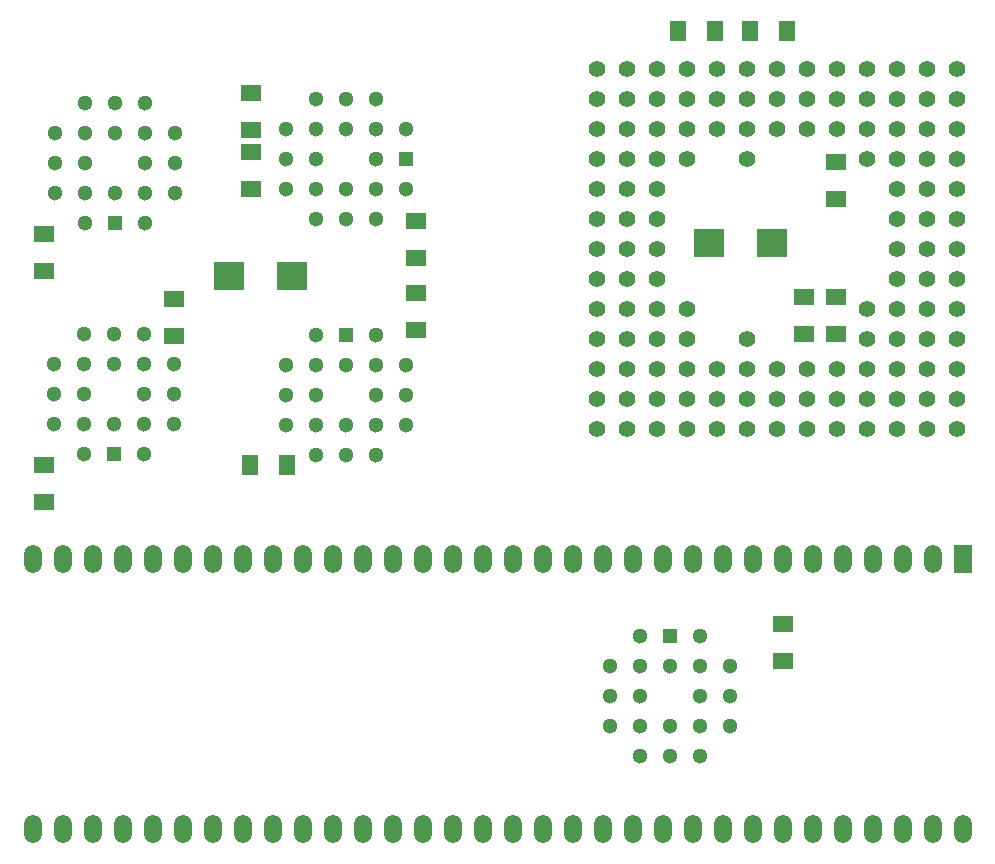
<source format=gbr>
%TF.GenerationSoftware,KiCad,Pcbnew,9.0.2+dfsg-1*%
%TF.CreationDate,2025-12-26T17:01:32-05:00*%
%TF.ProjectId,polyphloisboisterous030,706f6c79-7068-46c6-9f69-73626f697374,rev?*%
%TF.SameCoordinates,Original*%
%TF.FileFunction,Soldermask,Bot*%
%TF.FilePolarity,Negative*%
%FSLAX46Y46*%
G04 Gerber Fmt 4.6, Leading zero omitted, Abs format (unit mm)*
G04 Created by KiCad (PCBNEW 9.0.2+dfsg-1) date 2025-12-26 17:01:32*
%MOMM*%
%LPD*%
G01*
G04 APERTURE LIST*
%ADD10C,1.400000*%
%ADD11R,1.300000X1.300000*%
%ADD12C,1.300000*%
%ADD13R,1.500000X2.400000*%
%ADD14O,1.500000X2.400000*%
%ADD15R,1.325000X1.800000*%
%ADD16R,2.500000X2.350000*%
%ADD17R,1.800000X1.325000*%
G04 APERTURE END LIST*
D10*
%TO.C,U1*%
X160760000Y-63980000D03*
X160760000Y-61440000D03*
X160760000Y-58900000D03*
X160760000Y-56360000D03*
X160760000Y-53820000D03*
X160760000Y-51280000D03*
X160760000Y-48740000D03*
X160760000Y-46200000D03*
X160760000Y-43660000D03*
X160760000Y-41120000D03*
X160760000Y-38580000D03*
X160760000Y-36040000D03*
X160760000Y-33500000D03*
X163300000Y-63980000D03*
X163300000Y-61440000D03*
X163300000Y-58900000D03*
X163300000Y-56360000D03*
X163300000Y-53820000D03*
X163300000Y-51280000D03*
X163300000Y-48740000D03*
X163300000Y-46200000D03*
X163300000Y-43660000D03*
X163300000Y-41120000D03*
X163300000Y-38580000D03*
X163300000Y-36040000D03*
X163300000Y-33500000D03*
X165840000Y-63980000D03*
X165840000Y-61440000D03*
X165840000Y-58900000D03*
X165840000Y-56360000D03*
X165840000Y-53820000D03*
X165840000Y-51280000D03*
X165840000Y-48740000D03*
X165840000Y-46200000D03*
X165840000Y-43660000D03*
X165840000Y-41120000D03*
X165840000Y-38580000D03*
X165840000Y-36040000D03*
X165840000Y-33500000D03*
X168380000Y-63980000D03*
X168380000Y-61440000D03*
X168380000Y-58900000D03*
X168380000Y-56360000D03*
X168380000Y-53820000D03*
X168380000Y-41120000D03*
X168380000Y-38580000D03*
X168380000Y-36040000D03*
X168380000Y-33500000D03*
X170920000Y-63980000D03*
X170920000Y-61440000D03*
X170920000Y-58900000D03*
X170920000Y-38580000D03*
X170920000Y-36040000D03*
X170920000Y-33500000D03*
X173460000Y-63980000D03*
X173460000Y-61440000D03*
X173460000Y-58900000D03*
X173460000Y-56360000D03*
X173460000Y-41120000D03*
X173460000Y-38580000D03*
X173460000Y-36040000D03*
X173460000Y-33500000D03*
X176000000Y-63980000D03*
X176000000Y-61440000D03*
X176000000Y-58900000D03*
X176000000Y-38580000D03*
X176000000Y-36040000D03*
X176000000Y-33500000D03*
X178540000Y-63980000D03*
X178540000Y-61440000D03*
X178540000Y-58900000D03*
X178540000Y-38580000D03*
X178540000Y-36040000D03*
X178540000Y-33500000D03*
X181080000Y-63980000D03*
X181080000Y-61440000D03*
X181080000Y-58900000D03*
X181080000Y-38580000D03*
X181080000Y-36040000D03*
X181080000Y-33500000D03*
X183620000Y-63980000D03*
X183620000Y-61440000D03*
X183620000Y-58900000D03*
X183620000Y-56360000D03*
X183620000Y-53820000D03*
X183620000Y-41120000D03*
X183620000Y-38580000D03*
X183620000Y-36040000D03*
X183620000Y-33500000D03*
X186160000Y-63980000D03*
X186160000Y-61440000D03*
X186160000Y-58900000D03*
X186160000Y-56360000D03*
X186160000Y-53820000D03*
X186160000Y-51280000D03*
X186160000Y-48740000D03*
X186160000Y-46200000D03*
X186160000Y-43660000D03*
X186160000Y-41120000D03*
X186160000Y-38580000D03*
X186160000Y-36040000D03*
X186160000Y-33500000D03*
X188700000Y-63980000D03*
X188700000Y-61440000D03*
X188700000Y-58900000D03*
X188700000Y-56360000D03*
X188700000Y-53820000D03*
X188700000Y-51280000D03*
X188700000Y-48740000D03*
X188700000Y-46200000D03*
X188700000Y-43660000D03*
X188700000Y-41120000D03*
X188700000Y-38580000D03*
X188700000Y-36040000D03*
X188700000Y-33500000D03*
X191240000Y-63980000D03*
X191240000Y-61440000D03*
X191240000Y-58900000D03*
X191240000Y-56360000D03*
X191240000Y-53820000D03*
X191240000Y-51280000D03*
X191240000Y-48740000D03*
X191240000Y-46200000D03*
X191240000Y-43660000D03*
X191240000Y-41120000D03*
X191240000Y-38580000D03*
X191240000Y-36040000D03*
X191240000Y-33500000D03*
%TD*%
D11*
%TO.C,U7*%
X119960000Y-46500000D03*
D12*
X119960000Y-43960000D03*
X122500000Y-46500000D03*
X125040000Y-43960000D03*
X122500000Y-43960000D03*
X125040000Y-41420000D03*
X122500000Y-41420000D03*
X125040000Y-38880000D03*
X122500000Y-36340000D03*
X122500000Y-38880000D03*
X119960000Y-36340000D03*
X119960000Y-38880000D03*
X117420000Y-36340000D03*
X114880000Y-38880000D03*
X117420000Y-38880000D03*
X114880000Y-41420000D03*
X117420000Y-41420000D03*
X114880000Y-43960000D03*
X117420000Y-46500000D03*
X117420000Y-43960000D03*
%TD*%
D11*
%TO.C,U5*%
X166960000Y-81500000D03*
D12*
X166960000Y-84040000D03*
X164420000Y-81500000D03*
X161880000Y-84040000D03*
X164420000Y-84040000D03*
X161880000Y-86580000D03*
X164420000Y-86580000D03*
X161880000Y-89120000D03*
X164420000Y-91660000D03*
X164420000Y-89120000D03*
X166960000Y-91660000D03*
X166960000Y-89120000D03*
X169500000Y-91660000D03*
X172040000Y-89120000D03*
X169500000Y-89120000D03*
X172040000Y-86580000D03*
X169500000Y-86580000D03*
X172040000Y-84040000D03*
X169500000Y-81500000D03*
X169500000Y-84040000D03*
%TD*%
D11*
%TO.C,U4*%
X139540000Y-56000000D03*
D12*
X139540000Y-58540000D03*
X137000000Y-56000000D03*
X134460000Y-58540000D03*
X137000000Y-58540000D03*
X134460000Y-61080000D03*
X137000000Y-61080000D03*
X134460000Y-63620000D03*
X137000000Y-66160000D03*
X137000000Y-63620000D03*
X139540000Y-66160000D03*
X139540000Y-63620000D03*
X142080000Y-66160000D03*
X144620000Y-63620000D03*
X142080000Y-63620000D03*
X144620000Y-61080000D03*
X142080000Y-61080000D03*
X144620000Y-58540000D03*
X142080000Y-56000000D03*
X142080000Y-58540000D03*
%TD*%
D11*
%TO.C,U3*%
X144620000Y-41080000D03*
D12*
X142080000Y-41080000D03*
X144620000Y-38540000D03*
X142080000Y-36000000D03*
X142080000Y-38540000D03*
X139540000Y-36000000D03*
X139540000Y-38540000D03*
X137000000Y-36000000D03*
X134460000Y-38540000D03*
X137000000Y-38540000D03*
X134460000Y-41080000D03*
X137000000Y-41080000D03*
X134460000Y-43620000D03*
X137000000Y-46160000D03*
X137000000Y-43620000D03*
X139540000Y-46160000D03*
X139540000Y-43620000D03*
X142080000Y-46160000D03*
X144620000Y-43620000D03*
X142080000Y-43620000D03*
%TD*%
D11*
%TO.C,U6*%
X119920000Y-66080000D03*
D12*
X119920000Y-63540000D03*
X122460000Y-66080000D03*
X125000000Y-63540000D03*
X122460000Y-63540000D03*
X125000000Y-61000000D03*
X122460000Y-61000000D03*
X125000000Y-58460000D03*
X122460000Y-55920000D03*
X122460000Y-58460000D03*
X119920000Y-55920000D03*
X119920000Y-58460000D03*
X117380000Y-55920000D03*
X114840000Y-58460000D03*
X117380000Y-58460000D03*
X114840000Y-61000000D03*
X117380000Y-61000000D03*
X114840000Y-63540000D03*
X117380000Y-66080000D03*
X117380000Y-63540000D03*
%TD*%
D13*
%TO.C,IC1*%
X191740000Y-75000000D03*
D14*
X189200000Y-75000000D03*
X186660000Y-75000000D03*
X184120000Y-75000000D03*
X181580000Y-75000000D03*
X179040000Y-75000000D03*
X176500000Y-75000000D03*
X173960000Y-75000000D03*
X171420000Y-75000000D03*
X168880000Y-75000000D03*
X166340000Y-75000000D03*
X163800000Y-75000000D03*
X161260000Y-75000000D03*
X158720000Y-75000000D03*
X156180000Y-75000000D03*
X153640000Y-75000000D03*
X151100000Y-75000000D03*
X148560000Y-75000000D03*
X146020000Y-75000000D03*
X143480000Y-75000000D03*
X140940000Y-75000000D03*
X138400000Y-75000000D03*
X135860000Y-75000000D03*
X133320000Y-75000000D03*
X130780000Y-75000000D03*
X128240000Y-75000000D03*
X125700000Y-75000000D03*
X123160000Y-75000000D03*
X120620000Y-75000000D03*
X118080000Y-75000000D03*
X115540000Y-75000000D03*
X113000000Y-75000000D03*
X113000000Y-97860000D03*
X115540000Y-97860000D03*
X118080000Y-97860000D03*
X120620000Y-97860000D03*
X123160000Y-97860000D03*
X125700000Y-97860000D03*
X128240000Y-97860000D03*
X130780000Y-97860000D03*
X133320000Y-97860000D03*
X135860000Y-97860000D03*
X138400000Y-97860000D03*
X140940000Y-97860000D03*
X143480000Y-97860000D03*
X146020000Y-97860000D03*
X148560000Y-97860000D03*
X151100000Y-97860000D03*
X153640000Y-97860000D03*
X156180000Y-97860000D03*
X158720000Y-97860000D03*
X161260000Y-97860000D03*
X163800000Y-97860000D03*
X166340000Y-97860000D03*
X168880000Y-97860000D03*
X171420000Y-97860000D03*
X173960000Y-97860000D03*
X176500000Y-97860000D03*
X179040000Y-97860000D03*
X181580000Y-97860000D03*
X184120000Y-97860000D03*
X186660000Y-97860000D03*
X189200000Y-97860000D03*
X191740000Y-97860000D03*
%TD*%
D15*
%TO.C,R12*%
X167625000Y-30250000D03*
X170750000Y-30250000D03*
%TD*%
D16*
%TO.C,C1*%
X175612000Y-48250000D03*
X170250000Y-48250000D03*
%TD*%
D17*
%TO.C,C8*%
X176500000Y-80500000D03*
X176500000Y-83625000D03*
%TD*%
%TO.C,C4*%
X114000000Y-47500000D03*
X114000000Y-50625000D03*
%TD*%
%TO.C,R10*%
X125000000Y-56125000D03*
X125000000Y-53000000D03*
%TD*%
%TO.C,C7*%
X145500000Y-55625000D03*
X145500000Y-52500000D03*
%TD*%
%TO.C,R16*%
X131500000Y-43625000D03*
X131500000Y-40500000D03*
%TD*%
D15*
%TO.C,R3*%
X176875000Y-30250000D03*
X173750000Y-30250000D03*
%TD*%
D17*
%TO.C,C5*%
X114000000Y-67000000D03*
X114000000Y-70125000D03*
%TD*%
D16*
%TO.C,C3*%
X129638000Y-51000000D03*
X135000000Y-51000000D03*
%TD*%
D17*
%TO.C,R5*%
X181000000Y-55900000D03*
X181000000Y-52775000D03*
%TD*%
%TO.C,R11*%
X181000000Y-41337500D03*
X181000000Y-44462500D03*
%TD*%
%TO.C,R9*%
X131500000Y-35500000D03*
X131500000Y-38625000D03*
%TD*%
%TO.C,R2*%
X178300000Y-55900000D03*
X178300000Y-52775000D03*
%TD*%
D15*
%TO.C,R4*%
X134562500Y-67000000D03*
X131437500Y-67000000D03*
%TD*%
D17*
%TO.C,C6*%
X145500000Y-46375000D03*
X145500000Y-49500000D03*
%TD*%
M02*

</source>
